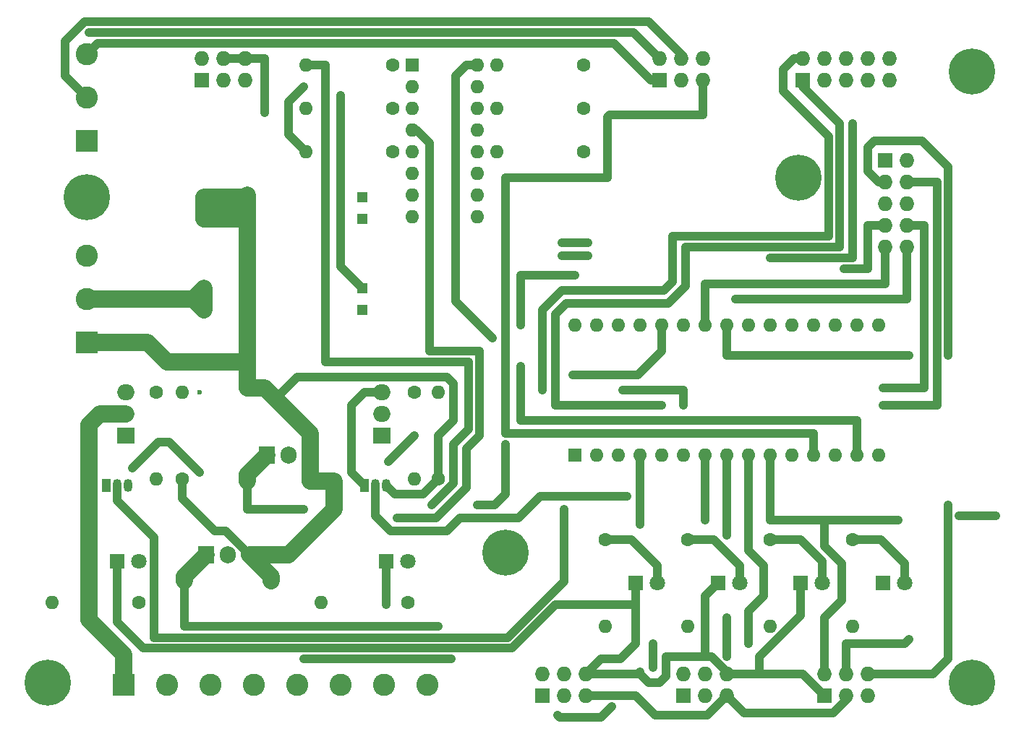
<source format=gtl>
G04 #@! TF.FileFunction,Copper,L1,Top,Signal*
%FSLAX46Y46*%
G04 Gerber Fmt 4.6, Leading zero omitted, Abs format (unit mm)*
G04 Created by KiCad (PCBNEW 4.0.7) date Sun Dec 23 23:36:25 2018*
%MOMM*%
%LPD*%
G01*
G04 APERTURE LIST*
%ADD10C,0.100000*%
%ADD11C,5.400000*%
%ADD12R,1.600000X1.600000*%
%ADD13O,1.600000X1.600000*%
%ADD14R,1.727200X1.727200*%
%ADD15O,1.727200X1.727200*%
%ADD16R,2.600000X2.600000*%
%ADD17C,2.600000*%
%ADD18O,1.050000X1.500000*%
%ADD19R,1.050000X1.500000*%
%ADD20R,2.000000X1.905000*%
%ADD21O,2.000000X1.905000*%
%ADD22C,1.600000*%
%ADD23R,1.308000X1.308000*%
%ADD24R,1.800000X1.800000*%
%ADD25C,1.800000*%
%ADD26R,1.905000X2.000000*%
%ADD27O,1.905000X2.000000*%
%ADD28C,0.600000*%
%ADD29C,1.000000*%
%ADD30C,0.250000*%
%ADD31C,2.000000*%
G04 APERTURE END LIST*
D10*
D11*
X96520000Y-83566000D03*
D12*
X153670000Y-113792000D03*
D13*
X186690000Y-98552000D03*
X156210000Y-113792000D03*
X184150000Y-98552000D03*
X158750000Y-113792000D03*
X181610000Y-98552000D03*
X161290000Y-113792000D03*
X179070000Y-98552000D03*
X163830000Y-113792000D03*
X176530000Y-98552000D03*
X166370000Y-113792000D03*
X173990000Y-98552000D03*
X168910000Y-113792000D03*
X171450000Y-98552000D03*
X171450000Y-113792000D03*
X168910000Y-98552000D03*
X173990000Y-113792000D03*
X166370000Y-98552000D03*
X176530000Y-113792000D03*
X163830000Y-98552000D03*
X179070000Y-113792000D03*
X161290000Y-98552000D03*
X181610000Y-113792000D03*
X158750000Y-98552000D03*
X184150000Y-113792000D03*
X156210000Y-98552000D03*
X186690000Y-113792000D03*
X153670000Y-98552000D03*
X189230000Y-113792000D03*
X189230000Y-98552000D03*
D14*
X149860000Y-141986000D03*
D15*
X149860000Y-139446000D03*
X152400000Y-141986000D03*
X152400000Y-139446000D03*
X154940000Y-141986000D03*
X154940000Y-139446000D03*
D14*
X182880000Y-141986000D03*
D15*
X182880000Y-139446000D03*
X185420000Y-141986000D03*
X185420000Y-139446000D03*
X187960000Y-141986000D03*
X187960000Y-139446000D03*
D14*
X180340000Y-69850000D03*
D15*
X180340000Y-67310000D03*
X182880000Y-69850000D03*
X182880000Y-67310000D03*
X185420000Y-69850000D03*
X185420000Y-67310000D03*
X187960000Y-69850000D03*
X187960000Y-67310000D03*
X190500000Y-69850000D03*
X190500000Y-67310000D03*
D14*
X163576000Y-69850000D03*
D15*
X163576000Y-67310000D03*
X166116000Y-69850000D03*
X166116000Y-67310000D03*
X168656000Y-69850000D03*
X168656000Y-67310000D03*
D14*
X189992000Y-79248000D03*
D15*
X192532000Y-79248000D03*
X189992000Y-81788000D03*
X192532000Y-81788000D03*
X189992000Y-84328000D03*
X192532000Y-84328000D03*
X189992000Y-86868000D03*
X192532000Y-86868000D03*
X189992000Y-89408000D03*
X192532000Y-89408000D03*
D14*
X109982000Y-69850000D03*
D15*
X109982000Y-67310000D03*
X112522000Y-69850000D03*
X112522000Y-67310000D03*
X115062000Y-69850000D03*
X115062000Y-67310000D03*
D14*
X166370000Y-141986000D03*
D15*
X166370000Y-139446000D03*
X168910000Y-141986000D03*
X168910000Y-139446000D03*
X171450000Y-141986000D03*
X171450000Y-139446000D03*
D16*
X96520000Y-100584000D03*
D17*
X96520000Y-95504000D03*
X96520000Y-90424000D03*
D16*
X100838000Y-140716000D03*
D17*
X105918000Y-140716000D03*
X110998000Y-140716000D03*
X116078000Y-140716000D03*
X121158000Y-140716000D03*
X126238000Y-140716000D03*
X131318000Y-140716000D03*
X136398000Y-140716000D03*
D18*
X100076000Y-117348000D03*
X101346000Y-117348000D03*
D19*
X98806000Y-117348000D03*
D20*
X101092000Y-111506000D03*
D21*
X101092000Y-108966000D03*
X101092000Y-106426000D03*
D18*
X130302000Y-117348000D03*
X131572000Y-117348000D03*
D19*
X129032000Y-117348000D03*
D20*
X131064000Y-111506000D03*
D21*
X131064000Y-108966000D03*
X131064000Y-106426000D03*
D22*
X132334000Y-68072000D03*
D13*
X122174000Y-68072000D03*
D22*
X132334000Y-73152000D03*
D13*
X122174000Y-73152000D03*
D22*
X154686000Y-68072000D03*
D13*
X144526000Y-68072000D03*
D22*
X154686000Y-78232000D03*
D13*
X144526000Y-78232000D03*
D22*
X107696000Y-116586000D03*
D13*
X107696000Y-106426000D03*
D22*
X104648000Y-106426000D03*
D13*
X104648000Y-116586000D03*
D22*
X137668000Y-116586000D03*
D13*
X137668000Y-106426000D03*
D22*
X134874000Y-106426000D03*
D13*
X134874000Y-116586000D03*
D22*
X154686000Y-73152000D03*
D13*
X144526000Y-73152000D03*
D23*
X110236000Y-83566000D03*
X110236000Y-86106000D03*
X110236000Y-94234000D03*
X110236000Y-96774000D03*
X128778000Y-96774000D03*
X128778000Y-94234000D03*
X128778000Y-86106000D03*
X128778000Y-83566000D03*
D12*
X134620000Y-68072000D03*
D13*
X142240000Y-85852000D03*
X134620000Y-70612000D03*
X142240000Y-83312000D03*
X134620000Y-73152000D03*
X142240000Y-80772000D03*
X134620000Y-75692000D03*
X142240000Y-78232000D03*
X134620000Y-78232000D03*
X142240000Y-75692000D03*
X134620000Y-80772000D03*
X142240000Y-73152000D03*
X134620000Y-83312000D03*
X142240000Y-70612000D03*
X134620000Y-85852000D03*
X142240000Y-68072000D03*
D11*
X200152000Y-68834000D03*
X200152000Y-140462000D03*
X91948000Y-140462000D03*
X179832000Y-81280000D03*
X145542000Y-125222000D03*
D24*
X170434000Y-128778000D03*
D25*
X172974000Y-128778000D03*
D24*
X189738000Y-128778000D03*
D25*
X192278000Y-128778000D03*
D24*
X160782000Y-128778000D03*
D25*
X163322000Y-128778000D03*
D24*
X180086000Y-128778000D03*
D25*
X182626000Y-128778000D03*
D24*
X131572000Y-126238000D03*
D25*
X134112000Y-126238000D03*
D24*
X100076000Y-126238000D03*
D25*
X102616000Y-126238000D03*
D22*
X166878000Y-123698000D03*
D13*
X166878000Y-133858000D03*
D22*
X186182000Y-123698000D03*
D13*
X186182000Y-133858000D03*
D22*
X157226000Y-123698000D03*
D13*
X157226000Y-133858000D03*
D22*
X176530000Y-123698000D03*
D13*
X176530000Y-133858000D03*
D22*
X134112000Y-131064000D03*
D13*
X123952000Y-131064000D03*
D22*
X102616000Y-131064000D03*
D13*
X92456000Y-131064000D03*
D26*
X117602000Y-113792000D03*
D27*
X120142000Y-113792000D03*
X122682000Y-113792000D03*
D26*
X110490000Y-125476000D03*
D27*
X113030000Y-125476000D03*
X115570000Y-125476000D03*
D22*
X125476000Y-116840000D03*
D13*
X115316000Y-116840000D03*
D22*
X118110000Y-128524000D03*
D13*
X107950000Y-128524000D03*
D22*
X132334000Y-78232000D03*
D13*
X122174000Y-78232000D03*
D16*
X96520000Y-76962000D03*
D17*
X96520000Y-71882000D03*
X96520000Y-66802000D03*
D28*
X185166000Y-91948000D03*
X117348000Y-73660000D03*
X131572000Y-136398000D03*
X131572000Y-131318000D03*
X161290000Y-121920000D03*
X189738000Y-105918000D03*
X155194000Y-88900000D03*
X152146000Y-88900000D03*
X163830000Y-107950000D03*
X176530000Y-90678000D03*
X186182000Y-74930000D03*
X166370000Y-107950000D03*
X159258000Y-106172000D03*
X149860000Y-106172000D03*
X155194000Y-90424000D03*
X152146000Y-90424000D03*
X168910000Y-121412000D03*
X197358000Y-102108000D03*
X192786000Y-102108000D03*
X171450000Y-137414000D03*
X171450000Y-123190000D03*
X171450000Y-132842000D03*
X197358000Y-119634000D03*
X192786000Y-135382000D03*
X173990000Y-135890000D03*
X162814000Y-135890000D03*
X162814000Y-138684000D03*
X185420000Y-135890000D03*
X157988000Y-143256000D03*
X151638000Y-144272000D03*
X172466000Y-95504000D03*
X191516000Y-121412000D03*
X198628000Y-120904000D03*
X202946000Y-120904000D03*
X189738000Y-107950000D03*
X137668000Y-133858000D03*
X147320000Y-103378000D03*
X144018000Y-100076000D03*
X153670000Y-92710000D03*
X147320000Y-98552000D03*
X126238000Y-71628000D03*
X159766000Y-118618000D03*
X131826000Y-114554000D03*
X134874000Y-111506000D03*
X152400000Y-120142000D03*
X101854000Y-115316000D03*
X104902000Y-112268000D03*
X96774000Y-64262000D03*
X109728000Y-106426000D03*
X132842000Y-121158000D03*
X136906000Y-119634000D03*
X121920000Y-70612000D03*
X121920000Y-120142000D03*
X121920000Y-137668000D03*
X139192000Y-137668000D03*
X142240000Y-119634000D03*
X145542000Y-112522000D03*
X153416000Y-104394000D03*
D29*
X187960000Y-86868000D02*
X189992000Y-86868000D01*
X187960000Y-91948000D02*
X187960000Y-86868000D01*
X185166000Y-91948000D02*
X187960000Y-91948000D01*
X117348000Y-73660000D02*
X117348000Y-67310000D01*
X115062000Y-67310000D02*
X112522000Y-67310000D01*
X117348000Y-67310000D02*
X115062000Y-67310000D01*
X131572000Y-136398000D02*
X116586000Y-136398000D01*
X109220000Y-136398000D02*
X114808000Y-136398000D01*
X116586000Y-136398000D02*
X114808000Y-136398000D01*
X109220000Y-136398000D02*
X103124000Y-136398000D01*
X103124000Y-136398000D02*
X100076000Y-133350000D01*
X100076000Y-133350000D02*
X100076000Y-126238000D01*
X168910000Y-135128000D02*
X168910000Y-130302000D01*
X168910000Y-137414000D02*
X168910000Y-135128000D01*
X168910000Y-130302000D02*
X170434000Y-128778000D01*
X131572000Y-126238000D02*
X131572000Y-131318000D01*
X160782000Y-131318000D02*
X151384000Y-131318000D01*
X146304000Y-136398000D02*
X131572000Y-136398000D01*
X151384000Y-131318000D02*
X146304000Y-136398000D01*
X161290000Y-113792000D02*
X161290000Y-121920000D01*
X154940000Y-139446000D02*
X156718000Y-137668000D01*
X156718000Y-137668000D02*
X159004000Y-137668000D01*
X159004000Y-137668000D02*
X160782000Y-135890000D01*
X160782000Y-135890000D02*
X160782000Y-131318000D01*
X160782000Y-131318000D02*
X160782000Y-128778000D01*
D30*
X182880000Y-141986000D02*
X182880000Y-141478000D01*
X188976000Y-128778000D02*
X189738000Y-128778000D01*
D29*
X175260000Y-139446000D02*
X175260000Y-137414000D01*
X180086000Y-132588000D02*
X180086000Y-128778000D01*
X175260000Y-137414000D02*
X180086000Y-132588000D01*
X194564000Y-86868000D02*
X192532000Y-86868000D01*
X194564000Y-105918000D02*
X194564000Y-86868000D01*
X189738000Y-105918000D02*
X194564000Y-105918000D01*
X161290000Y-139192000D02*
X161290000Y-139446000D01*
X169672000Y-137414000D02*
X171450000Y-139192000D01*
X164338000Y-137414000D02*
X168910000Y-137414000D01*
X168910000Y-137414000D02*
X169672000Y-137414000D01*
X164338000Y-139700000D02*
X164338000Y-137414000D01*
X163576000Y-140462000D02*
X164338000Y-139700000D01*
X162306000Y-140462000D02*
X163576000Y-140462000D01*
X161290000Y-139446000D02*
X162306000Y-140462000D01*
X171450000Y-139192000D02*
X171450000Y-139446000D01*
X161036000Y-139446000D02*
X156718000Y-139446000D01*
X156718000Y-139446000D02*
X154940000Y-139446000D01*
X161290000Y-139192000D02*
X161036000Y-139446000D01*
X171450000Y-139446000D02*
X175260000Y-139446000D01*
X175260000Y-139446000D02*
X180340000Y-139446000D01*
X180340000Y-139446000D02*
X182880000Y-141986000D01*
X152146000Y-88900000D02*
X155194000Y-88900000D01*
X180340000Y-69850000D02*
X180340000Y-70612000D01*
X180340000Y-70612000D02*
X184658000Y-74930000D01*
X184658000Y-74930000D02*
X184658000Y-89408000D01*
X184658000Y-89408000D02*
X166624000Y-89408000D01*
X166624000Y-89408000D02*
X166624000Y-93980000D01*
X166624000Y-93980000D02*
X164592000Y-96012000D01*
X164592000Y-96012000D02*
X152654000Y-96012000D01*
X152654000Y-96012000D02*
X151384000Y-97282000D01*
X151384000Y-97282000D02*
X151384000Y-107950000D01*
X151384000Y-107950000D02*
X163830000Y-107950000D01*
X176530000Y-90678000D02*
X186182000Y-90678000D01*
X186182000Y-75114002D02*
X186182000Y-90678000D01*
X186182000Y-74930000D02*
X186182000Y-75114002D01*
X180340000Y-67310000D02*
X179324000Y-67310000D01*
X166370000Y-106172000D02*
X166370000Y-107950000D01*
X159258000Y-106172000D02*
X166370000Y-106172000D01*
X149860000Y-96774000D02*
X149860000Y-106172000D01*
X152146000Y-94488000D02*
X149860000Y-96774000D01*
X164084000Y-94488000D02*
X152146000Y-94488000D01*
X165100000Y-93472000D02*
X164084000Y-94488000D01*
X165100000Y-88138000D02*
X165100000Y-93472000D01*
X183388000Y-88138000D02*
X165100000Y-88138000D01*
X183388000Y-76454000D02*
X183388000Y-88138000D01*
X178054000Y-71120000D02*
X183388000Y-76454000D01*
X178054000Y-68580000D02*
X178054000Y-71120000D01*
X179324000Y-67310000D02*
X178054000Y-68580000D01*
X152146000Y-90424000D02*
X155194000Y-90424000D01*
X168910000Y-113792000D02*
X168910000Y-121412000D01*
X185420000Y-141986000D02*
X185420000Y-142494000D01*
X185420000Y-142494000D02*
X183896000Y-144018000D01*
X183896000Y-144018000D02*
X173482000Y-144018000D01*
X173482000Y-144018000D02*
X171450000Y-141986000D01*
X154940000Y-141986000D02*
X160782000Y-141986000D01*
X169164000Y-144272000D02*
X171450000Y-141986000D01*
X163068000Y-144272000D02*
X169164000Y-144272000D01*
X160782000Y-141986000D02*
X163068000Y-144272000D01*
X189992000Y-81788000D02*
X189230000Y-81788000D01*
X189230000Y-81788000D02*
X187960000Y-80518000D01*
X187960000Y-80518000D02*
X187960000Y-77724000D01*
X187960000Y-77724000D02*
X188722000Y-76962000D01*
X188722000Y-76962000D02*
X194310000Y-76962000D01*
X194310000Y-76962000D02*
X197358000Y-80010000D01*
X197358000Y-80010000D02*
X197358000Y-102108000D01*
X192786000Y-102108000D02*
X171450000Y-102108000D01*
X171450000Y-102108000D02*
X171450000Y-98552000D01*
X171450000Y-137414000D02*
X171450000Y-132842000D01*
X171450000Y-123190000D02*
X171450000Y-113792000D01*
X197358000Y-132588000D02*
X197358000Y-119634000D01*
X197358000Y-132588000D02*
X197358000Y-137668000D01*
X197358000Y-137668000D02*
X195580000Y-139446000D01*
X187960000Y-139446000D02*
X195580000Y-139446000D01*
X168910000Y-98552000D02*
X168910000Y-93726000D01*
X189992000Y-93726000D02*
X189992000Y-89408000D01*
X168910000Y-93726000D02*
X189992000Y-93726000D01*
X192786000Y-135382000D02*
X192278000Y-135890000D01*
X192278000Y-135890000D02*
X185420000Y-135890000D01*
X173990000Y-135890000D02*
X173990000Y-132080000D01*
X173990000Y-124968000D02*
X173990000Y-113792000D01*
X175768000Y-126746000D02*
X173990000Y-124968000D01*
X175768000Y-130302000D02*
X175768000Y-126746000D01*
X173990000Y-132080000D02*
X175768000Y-130302000D01*
X162814000Y-138684000D02*
X162814000Y-135890000D01*
X185420000Y-135890000D02*
X185420000Y-139446000D01*
X156718000Y-144526000D02*
X157988000Y-143256000D01*
X151892000Y-144526000D02*
X156718000Y-144526000D01*
X151638000Y-144272000D02*
X151892000Y-144526000D01*
X192532000Y-95504000D02*
X192532000Y-89408000D01*
X172466000Y-95504000D02*
X192532000Y-95504000D01*
X176530000Y-113792000D02*
X176530000Y-121412000D01*
X176530000Y-121412000D02*
X182880000Y-121412000D01*
X182880000Y-134366000D02*
X182880000Y-132842000D01*
X198628000Y-120904000D02*
X202946000Y-120904000D01*
X182880000Y-134366000D02*
X182880000Y-137414000D01*
X182880000Y-121412000D02*
X191516000Y-121412000D01*
X182880000Y-124460000D02*
X182880000Y-121412000D01*
X184912000Y-126492000D02*
X182880000Y-124460000D01*
X184912000Y-130810000D02*
X184912000Y-126492000D01*
X182880000Y-132842000D02*
X184912000Y-130810000D01*
X182880000Y-137414000D02*
X182880000Y-139446000D01*
X196088000Y-81788000D02*
X192532000Y-81788000D01*
X196088000Y-107950000D02*
X196088000Y-81788000D01*
X189738000Y-107950000D02*
X196088000Y-107950000D01*
X181610000Y-111252000D02*
X145542000Y-111252000D01*
X168656000Y-73914000D02*
X157734000Y-73914000D01*
X145542000Y-111252000D02*
X145542000Y-81280000D01*
X145542000Y-81280000D02*
X157480000Y-81280000D01*
X157480000Y-81280000D02*
X157480000Y-74168000D01*
X168656000Y-69850000D02*
X168656000Y-73914000D01*
X181610000Y-111252000D02*
X181610000Y-113792000D01*
X157734000Y-73914000D02*
X157480000Y-74168000D01*
X107950000Y-133858000D02*
X107950000Y-128524000D01*
X137668000Y-133858000D02*
X107950000Y-133858000D01*
D31*
X107950000Y-128524000D02*
X107950000Y-128016000D01*
X107950000Y-128016000D02*
X110490000Y-125476000D01*
D29*
X142240000Y-68072000D02*
X140970000Y-68072000D01*
X186690000Y-109728000D02*
X186690000Y-113792000D01*
X147320000Y-109728000D02*
X186690000Y-109728000D01*
X147320000Y-103378000D02*
X147320000Y-109728000D01*
X139700000Y-95758000D02*
X144018000Y-100076000D01*
X139700000Y-69342000D02*
X139700000Y-95758000D01*
X140970000Y-68072000D02*
X139700000Y-69342000D01*
X147320000Y-92710000D02*
X153670000Y-92710000D01*
X147320000Y-98552000D02*
X147320000Y-92710000D01*
X128778000Y-94234000D02*
X126238000Y-91694000D01*
X126238000Y-91694000D02*
X126238000Y-71628000D01*
X149606000Y-118618000D02*
X147066000Y-121158000D01*
X130302000Y-120904000D02*
X132080000Y-122682000D01*
X132080000Y-122682000D02*
X138684000Y-122682000D01*
X149606000Y-118618000D02*
X159766000Y-118618000D01*
X130302000Y-120904000D02*
X130302000Y-117348000D01*
X140208000Y-121158000D02*
X138684000Y-122682000D01*
X147066000Y-121158000D02*
X140208000Y-121158000D01*
X134874000Y-111506000D02*
X131826000Y-114554000D01*
X152400000Y-127508000D02*
X152400000Y-128593998D01*
X152400000Y-127508000D02*
X152400000Y-120142000D01*
X100076000Y-119126000D02*
X100076000Y-117348000D01*
X104394000Y-123444000D02*
X100076000Y-119126000D01*
X104394000Y-135197998D02*
X104394000Y-123444000D01*
X145796000Y-135197998D02*
X104394000Y-135197998D01*
X152400000Y-128593998D02*
X145796000Y-135197998D01*
X104902000Y-112268000D02*
X106172000Y-112268000D01*
X106172000Y-112268000D02*
X109728000Y-115824000D01*
X104902000Y-112268000D02*
X101854000Y-115316000D01*
X163576000Y-69850000D02*
X162629998Y-69850000D01*
X97790000Y-65532000D02*
X96520000Y-66802000D01*
X158311998Y-65532000D02*
X97790000Y-65532000D01*
X162629998Y-69850000D02*
X158311998Y-65532000D01*
X163576000Y-67310000D02*
X160528000Y-64262000D01*
X160528000Y-64262000D02*
X96774000Y-64262000D01*
X166116000Y-67310000D02*
X166116000Y-66802000D01*
X166116000Y-66802000D02*
X162306000Y-62992000D01*
X162306000Y-62992000D02*
X96266000Y-62992000D01*
X96266000Y-62992000D02*
X93980000Y-65278000D01*
X93980000Y-65278000D02*
X93980000Y-69342000D01*
X93980000Y-69342000D02*
X96520000Y-71882000D01*
D31*
X96520000Y-100584000D02*
X103632000Y-100584000D01*
X105918000Y-102870000D02*
X115316000Y-102870000D01*
X103632000Y-100584000D02*
X105918000Y-102870000D01*
X110236000Y-85090000D02*
X114300000Y-85090000D01*
X114300000Y-85090000D02*
X115316000Y-86106000D01*
X110236000Y-83566000D02*
X110236000Y-85090000D01*
X110236000Y-85090000D02*
X110236000Y-86106000D01*
X110236000Y-86106000D02*
X115316000Y-86106000D01*
X110236000Y-83566000D02*
X115316000Y-83566000D01*
D29*
X137668000Y-116586000D02*
X137668000Y-111506000D01*
X121158000Y-104648000D02*
X118618000Y-107188000D01*
X138684000Y-104648000D02*
X121158000Y-104648000D01*
X139446000Y-105410000D02*
X138684000Y-104648000D01*
X139446000Y-109728000D02*
X139446000Y-105410000D01*
X137668000Y-111506000D02*
X139446000Y-109728000D01*
X137668000Y-116586000D02*
X135890000Y-118364000D01*
X132588000Y-118364000D02*
X131572000Y-117348000D01*
X135890000Y-118364000D02*
X132588000Y-118364000D01*
D31*
X115570000Y-125476000D02*
X120142000Y-125476000D01*
X125476000Y-120142000D02*
X125476000Y-116840000D01*
X120142000Y-125476000D02*
X125476000Y-120142000D01*
D29*
X107696000Y-116586000D02*
X107696000Y-118872000D01*
X112776000Y-122682000D02*
X115570000Y-125476000D01*
X111506000Y-122682000D02*
X112776000Y-122682000D01*
X107696000Y-118872000D02*
X111506000Y-122682000D01*
D31*
X117348000Y-105918000D02*
X115316000Y-105918000D01*
X118618000Y-107188000D02*
X117348000Y-105918000D01*
X115316000Y-105918000D02*
X115316000Y-102870000D01*
X115316000Y-102870000D02*
X115316000Y-101346000D01*
X115316000Y-101346000D02*
X115316000Y-86106000D01*
X115316000Y-86106000D02*
X115316000Y-83312000D01*
X122682000Y-111252000D02*
X122682000Y-113792000D01*
X122682000Y-111252000D02*
X118618000Y-107188000D01*
X118110000Y-128524000D02*
X118110000Y-128016000D01*
X118110000Y-128016000D02*
X115570000Y-125476000D01*
X125476000Y-116840000D02*
X122682000Y-116840000D01*
X122682000Y-113792000D02*
X122682000Y-116840000D01*
X108712000Y-95504000D02*
X108966000Y-95504000D01*
X108966000Y-95504000D02*
X110236000Y-94234000D01*
X96520000Y-95504000D02*
X108712000Y-95504000D01*
X108966000Y-95504000D02*
X110236000Y-96774000D01*
X110236000Y-94234000D02*
X110236000Y-96774000D01*
D29*
X131064000Y-106426000D02*
X129032000Y-106426000D01*
X127508000Y-115824000D02*
X129032000Y-117348000D01*
X127508000Y-107950000D02*
X127508000Y-115824000D01*
X129032000Y-106426000D02*
X127508000Y-107950000D01*
D31*
X96774000Y-120142000D02*
X96774000Y-133096000D01*
X98044000Y-108966000D02*
X96774000Y-110236000D01*
X96774000Y-110236000D02*
X96774000Y-120142000D01*
X96774000Y-133096000D02*
X100838000Y-137160000D01*
X100838000Y-140716000D02*
X100838000Y-137160000D01*
X98044000Y-108966000D02*
X101092000Y-108966000D01*
D29*
X136652000Y-77216000D02*
X136652000Y-101600000D01*
X136652000Y-101600000D02*
X142494000Y-101600000D01*
X142494000Y-101600000D02*
X142494000Y-111506000D01*
X142494000Y-111506000D02*
X140970000Y-113030000D01*
X140970000Y-113030000D02*
X140970000Y-117602000D01*
X140970000Y-117602000D02*
X137414000Y-121158000D01*
X137414000Y-121158000D02*
X132842000Y-121158000D01*
X135128000Y-75692000D02*
X136652000Y-77216000D01*
X134620000Y-75692000D02*
X135128000Y-75692000D01*
X124460000Y-68072000D02*
X124460000Y-77724000D01*
X124460000Y-77724000D02*
X124460000Y-102870000D01*
X124460000Y-102870000D02*
X141224000Y-102870000D01*
X141224000Y-102870000D02*
X141224000Y-110744000D01*
X141224000Y-110744000D02*
X139446000Y-112522000D01*
X139446000Y-112522000D02*
X139446000Y-117094000D01*
X139446000Y-117094000D02*
X136906000Y-119634000D01*
X122174000Y-68072000D02*
X124460000Y-68072000D01*
X121920000Y-70612000D02*
X120142000Y-72390000D01*
X120142000Y-72390000D02*
X120142000Y-76200000D01*
X120142000Y-76200000D02*
X122174000Y-78232000D01*
X166878000Y-123698000D02*
X169926000Y-123698000D01*
X172974000Y-126746000D02*
X172974000Y-128778000D01*
X169926000Y-123698000D02*
X172974000Y-126746000D01*
X186182000Y-123698000D02*
X189484000Y-123698000D01*
X192278000Y-126492000D02*
X192278000Y-128778000D01*
X189484000Y-123698000D02*
X192278000Y-126492000D01*
X157226000Y-123698000D02*
X160274000Y-123698000D01*
X163322000Y-126746000D02*
X163322000Y-128778000D01*
X160274000Y-123698000D02*
X163322000Y-126746000D01*
X176530000Y-123698000D02*
X180086000Y-123698000D01*
X182626000Y-126238000D02*
X182626000Y-128778000D01*
X180086000Y-123698000D02*
X182626000Y-126238000D01*
X163830000Y-98552000D02*
X163830000Y-101600000D01*
X115316000Y-120142000D02*
X115316000Y-116840000D01*
X121920000Y-120142000D02*
X115316000Y-120142000D01*
X139192000Y-137668000D02*
X121920000Y-137668000D01*
X144272000Y-119634000D02*
X142240000Y-119634000D01*
X145542000Y-118364000D02*
X144272000Y-119634000D01*
X145542000Y-112522000D02*
X145542000Y-118364000D01*
X161036000Y-104394000D02*
X153416000Y-104394000D01*
X163830000Y-101600000D02*
X161036000Y-104394000D01*
D31*
X115316000Y-116840000D02*
X115316000Y-116078000D01*
X115316000Y-116078000D02*
X117602000Y-113792000D01*
M02*

</source>
